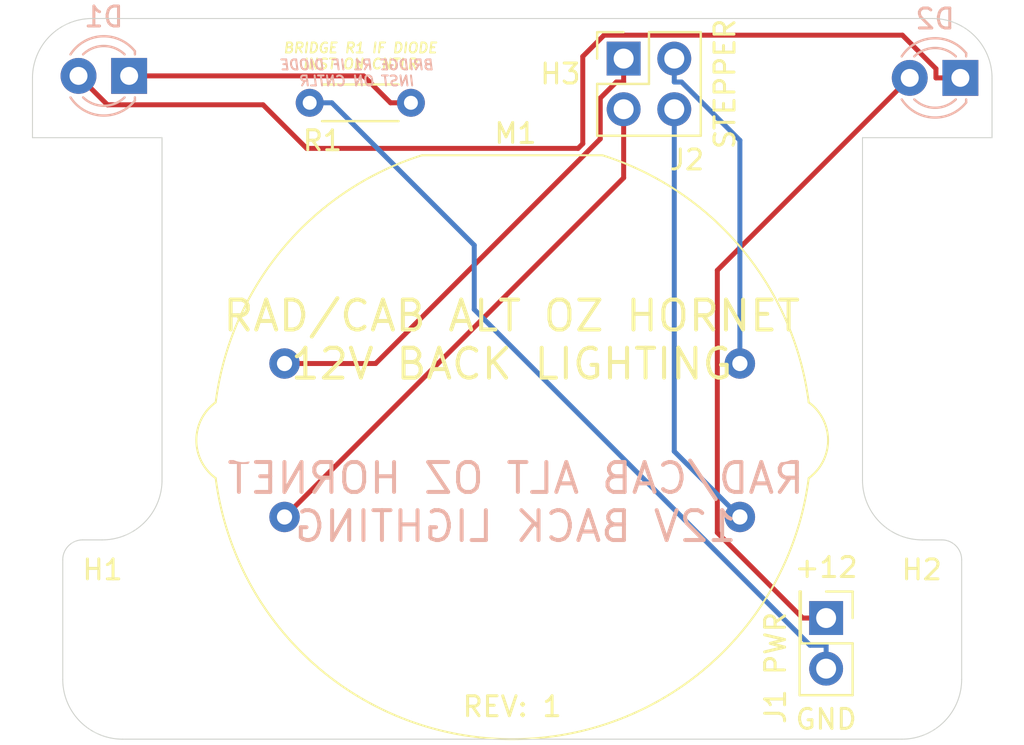
<source format=kicad_pcb>
(kicad_pcb (version 20211014) (generator pcbnew)
  (layers (0 "F.Cu" signal) (31 "B.Cu" signal) (34 "B.Paste" user) (35 "F.Paste" user) (36 "B.SilkS" user "B.Silkscreen") (37 "F.SilkS" user "F.Silkscreen") (38 "B.Mask" user) (39 "F.Mask" user) (44 "Edge.Cuts" user))
  (net 0 "")
  (net 1 "/COIL2")
  (net 2 "/COIL1")
  (net 3 "/COIL4")
  (net 4 "/COIL3")
  (net 5 "Net-(D1-Pad2)")
  (net 6 "/LED+12V")
  (net 7 "/LED-12V")
  (net 8 "Net-(D1-Pad1)")
  (footprint "MountingHole:MountingHole_2.5mm" (layer "F.Cu") (at 179.9378 78.4846)
    (fp_text reference "H3" (at 2.417749 0) (layer "F.SilkS"))
    (fp_text value "MountingHole")
    (pad "" np_thru_hole circle locked (at 0 0) (size 2.5 2.5) (drill 2.5) (layers *.Cu *.Mask))
  )
  (footprint "KiCAD Libraries:VID29-02" (layer "F.Cu") (at 180.1028 96.868)
    (fp_text reference "M1" (at 0 -15.4) (layer "F.SilkS"))
    (fp_text value "VID29-02")
    (fp_line (start -4.693796 -14.3) (end 4.363796 -14.3) (layer "F.SilkS") (width 0.1))
    (fp_arc (start 4.373398 -14.296955) (mid 11.352785 -9.609402) (end 14.713796 -1.903003) (layer "F.SilkS") (width 0.1))
    (fp_arc (start -15.042154 1.904192) (mid -16.015 0.001014) (end -15.043796 -1.903003) (layer "F.SilkS") (width 0.1))
    (fp_arc (start 14.713036 1.908935) (mid -0.16799 14.999999) (end -15.043796 1.903003) (layer "F.SilkS") (width 0.1))
    (fp_arc (start -15.042514 -1.912994) (mid -11.676329 -9.617135) (end -4.693796 -14.299999) (layer "F.SilkS") (width 0.1))
    (fp_arc (start 14.712154 -1.904192) (mid 15.685 -0.001014) (end 14.713796 1.903003) (layer "F.SilkS") (width 0.1))
    (pad "" np_thru_hole circle locked (at -9.165 -9) (size 2.5 2.5) (drill 2.5) (layers *.Cu *.Mask))
    (pad "" np_thru_hole circle locked (at 13.335 0) (size 2.2 2.2) (drill 2.2) (layers *.Cu *.Mask))
    (pad "" np_thru_hole circle locked (at -0.165 10) (size 3.8 3.8) (drill 3.8) (layers *.Cu *.Mask))
    (pad "" np_thru_hole circle locked (at -13.665 0) (size 2.2 2.2) (drill 2.2) (layers *.Cu *.Mask))
    (pad "1" thru_hole circle locked (at -11.59 -3.85) (size 1.524 1.524) (drill 0.762) (layers *.Cu *.Mask) (net 2 "/COIL1"))
    (pad "2" thru_hole circle locked (at -11.59 3.85) (size 1.524 1.524) (drill 0.762) (layers *.Cu *.Mask) (net 1 "/COIL2"))
    (pad "3" thru_hole circle locked (at 11.26 3.85) (size 1.524 1.524) (drill 0.762) (layers *.Cu *.Mask) (net 4 "/COIL3"))
    (pad "4" thru_hole circle locked (at 11.26 -3.85) (size 1.524 1.524) (drill 0.762) (layers *.Cu *.Mask) (net 3 "/COIL4"))
  )
  (footprint "MountingHole:MountingHole_2.5mm" (layer "F.Cu") (at 159.3843 106.868)
    (fp_text reference "H1" (at 0 -3.5) (layer "F.SilkS"))
    (fp_text value "MountingHole")
    (pad "" np_thru_hole circle locked (at 0 0) (size 2.5 2.5) (drill 2.5) (layers *.Cu *.Mask))
  )
  (footprint "MountingHole:MountingHole_2.5mm" (layer "F.Cu") (at 200.4913 106.868)
    (fp_text reference "H2" (at 0 -3.5) (layer "F.SilkS"))
    (fp_text value "MountingHole")
    (pad "" np_thru_hole circle locked (at 0 0) (size 2.5 2.5) (drill 2.5) (layers *.Cu *.Mask))
  )
  (footprint "Connector_PinHeader_2.54mm:PinHeader_2x02_P2.54mm_Vertical" (layer "F.Cu") (at 185.5305 77.7176)
    (fp_text reference "J2" (at 3.175 5.08) (layer "F.SilkS"))
    (fp_text value "STEPPER" (at 5.08 1.27 90) (layer "F.SilkS"))
    (fp_line (start -1.33 1.27) (end -1.33 3.87) (layer "F.SilkS") (width 0.12))
    (fp_line (start -1.33 -1.33) (end 0 -1.33) (layer "F.SilkS") (width 0.12))
    (fp_line (start -1.33 0) (end -1.33 -1.33) (layer "F.SilkS") (width 0.12))
    (fp_line (start 1.27 -1.33) (end 3.87 -1.33) (layer "F.SilkS") (width 0.12))
    (fp_line (start -1.33 1.27) (end 1.27 1.27) (layer "F.SilkS") (width 0.12))
    (fp_line (start -1.33 3.87) (end 3.87 3.87) (layer "F.SilkS") (width 0.12))
    (fp_line (start 1.27 1.27) (end 1.27 -1.33) (layer "F.SilkS") (width 0.12))
    (fp_line (start 3.87 -1.33) (end 3.87 3.87) (layer "F.SilkS") (width 0.12))
    (pad "1" thru_hole rect locked (at 0 0) (size 1.7 1.7) (drill 1) (layers *.Cu *.Mask) (net 2 "/COIL1"))
    (pad "2" thru_hole oval locked (at 2.54 0) (size 1.7 1.7) (drill 1) (layers *.Cu *.Mask) (net 3 "/COIL4"))
    (pad "3" thru_hole oval locked (at 0 2.54) (size 1.7 1.7) (drill 1) (layers *.Cu *.Mask) (net 1 "/COIL2"))
    (pad "4" thru_hole oval locked (at 2.54 2.54) (size 1.7 1.7) (drill 1) (layers *.Cu *.Mask) (net 4 "/COIL3"))
  )
  (footprint "Connector_PinHeader_2.54mm:PinHeader_2x01_P2.54mm_Vertical" (layer "F.Cu") (at 195.6905 105.7896 -90)
    (fp_text reference "J1" (at 4.445 2.54 90) (layer "F.SilkS"))
    (fp_text value "PWR" (at 1.27 2.54 -90) (layer "F.SilkS"))
    (fp_line (start 1.27 -1.33) (end 3.87 -1.33) (layer "F.SilkS") (width 0.12))
    (fp_line (start -1.33 1.33) (end 3.87 1.33) (layer "F.SilkS") (width 0.12))
    (fp_line (start -1.33 1.27) (end -1.33 1.33) (layer "F.SilkS") (width 0.12))
    (fp_line (start -1.33 0) (end -1.33 -1.33) (layer "F.SilkS") (width 0.12))
    (fp_line (start -1.33 1.27) (end 1.27 1.27) (layer "F.SilkS") (width 0.12))
    (fp_line (start 3.87 -1.33) (end 3.87 1.33) (layer "F.SilkS") (width 0.12))
    (fp_line (start -1.33 -1.33) (end 0 -1.33) (layer "F.SilkS") (width 0.12))
    (fp_line (start 1.27 1.27) (end 1.27 -1.33) (layer "F.SilkS") (width 0.12))
    (pad "1" thru_hole rect locked (at 0 0 270) (size 1.7 1.7) (drill 1) (layers *.Cu *.Mask) (net 6 "/LED+12V"))
    (pad "2" thru_hole oval locked (at 2.54 0 270) (size 1.7 1.7) (drill 1) (layers *.Cu *.Mask) (net 7 "/LED-12V"))
  )
  (footprint "Resistor_THT:R_Axial_DIN0204_L3.6mm_D1.6mm_P5.08mm_Horizontal" (layer "F.Cu") (at 169.7755 79.9346)
    (fp_text reference "R1" (at 0.64 1.9) (layer "F.SilkS"))
    (fp_text value "R")
    (fp_line (start 0.62 -0.92) (end 4.46 -0.92) (layer "F.SilkS") (width 0.12))
    (fp_line (start 0.62 0.92) (end 4.46 0.92) (layer "F.SilkS") (width 0.12))
    (pad "1" thru_hole circle (at 0 0) (size 1.4 1.4) (drill 0.7) (layers *.Cu *.Mask) (net 7 "/LED-12V"))
    (pad "2" thru_hole oval (at 5.08 0) (size 1.4 1.4) (drill 0.7) (layers *.Cu *.Mask) (net 8 "Net-(D1-Pad1)"))
  )
  (footprint "LED_THT:LED_D3.0mm" (layer "B.Cu") (at 160.7155 78.5846 180)
    (fp_text reference "D1" (at 1.27 2.96) (layer "B.SilkS") (effects (justify mirror)))
    (fp_text value "LED")
    (fp_line (start -0.29 1.236) (end -0.29 1.08) (layer "B.SilkS") (width 0.12))
    (fp_line (start -0.29 -1.08) (end -0.29 -1.236) (layer "B.SilkS") (width 0.12))
    (fp_arc (start 2.31113 1.079837) (mid 1.270117 1.5) (end 0.229039 1.08) (layer "B.SilkS") (width 0.12))
    (fp_arc (start -0.29 -1.235516) (mid 1.366487 -1.987659) (end 2.942335 -1.078608) (layer "B.SilkS") (width 0.12))
    (fp_arc (start 0.229039 -1.08) (mid 1.270117 -1.5) (end 2.31113 -1.079837) (layer "B.SilkS") (width 0.12))
    (fp_arc (start 2.942335 1.078608) (mid 1.366487 1.987659) (end -0.29 1.235516) (layer "B.SilkS") (width 0.12))
    (pad "1" thru_hole rect (at 0 0 180) (size 1.8 1.8) (drill 0.9) (layers *.Cu *.Mask) (net 8 "Net-(D1-Pad1)"))
    (pad "2" thru_hole circle (at 2.54 0 180) (size 1.8 1.8) (drill 0.9) (layers *.Cu *.Mask) (net 5 "Net-(D1-Pad2)"))
  )
  (footprint "LED_THT:LED_D3.0mm" (layer "B.Cu") (at 202.4265 78.6846 180)
    (fp_text reference "D2" (at 1.27 2.96) (layer "B.SilkS") (effects (justify mirror)))
    (fp_text value "LED")
    (fp_line (start -0.29 1.236) (end -0.29 1.08) (layer "B.SilkS") (width 0.12))
    (fp_line (start -0.29 -1.08) (end -0.29 -1.236) (layer "B.SilkS") (width 0.12))
    (fp_arc (start 2.31113 1.079837) (mid 1.270117 1.5) (end 0.229039 1.08) (layer "B.SilkS") (width 0.12))
    (fp_arc (start 2.942335 1.078608) (mid 1.366487 1.987659) (end -0.29 1.235516) (layer "B.SilkS") (width 0.12))
    (fp_arc (start 0.229039 -1.08) (mid 1.270117 -1.5) (end 2.31113 -1.079837) (layer "B.SilkS") (width 0.12))
    (fp_arc (start -0.29 -1.235516) (mid 1.366487 -1.987659) (end 2.942335 -1.078608) (layer "B.SilkS") (width 0.12))
    (pad "1" thru_hole rect (at 0 0 180) (size 1.8 1.8) (drill 0.9) (layers *.Cu *.Mask) (net 5 "Net-(D1-Pad2)"))
    (pad "2" thru_hole circle (at 2.54 0 180) (size 1.8 1.8) (drill 0.9) (layers *.Cu *.Mask) (net 6 "/LED+12V"))
  )
  (gr_line (start 160.384281 111.867951) (end 199.49125 111.867951) (layer "Edge.Cuts") (width 0.05))
  (gr_line (start 197.515515 81.684574) (end 197.515515 98.867952) (layer "Edge.Cuts") (width 0.05))
  (gr_line (start 201.004458 75.705452) (end 158.854764 75.705452) (layer "Edge.Cuts") (width 0.05))
  (gr_arc (start 201.004458 75.705452) (mid 203.137237 76.576331) (end 204.015515 78.706075) (layer "Edge.Cuts") (width 0.05))
  (gr_line (start 204.015515 81.684574) (end 204.015515 78.706075) (layer "Edge.Cuts") (width 0.05))
  (gr_arc (start 160.384281 111.867951) (mid 158.262961 110.989271) (end 157.384281 108.867951) (layer "Edge.Cuts") (width 0.05))
  (gr_line (start 159.360016 101.867951) (end 158.384281 101.867951) (layer "Edge.Cuts") (width 0.05))
  (gr_line (start 197.515515 81.684574) (end 204.015515 81.684574) (layer "Edge.Cuts") (width 0.05))
  (gr_arc (start 200.515515 101.867952) (mid 198.394195 100.989272) (end 197.515515 98.867952) (layer "Edge.Cuts") (width 0.05))
  (gr_arc (start 155.865515 78.705452) (mid 156.73723 76.584781) (end 158.854764 75.705452) (layer "Edge.Cuts") (width 0.05))
  (gr_line (start 157.384281 108.867951) (end 157.384281 102.867328) (layer "Edge.Cuts") (width 0.05))
  (gr_line (start 155.865515 81.684574) (end 155.865515 78.705452) (layer "Edge.Cuts") (width 0.05))
  (gr_line (start 162.365515 81.684574) (end 162.365515 98.867952) (layer "Edge.Cuts") (width 0.05))
  (gr_arc (start 157.384281 102.867328) (mid 157.677399 102.160628) (end 158.384281 101.867951) (layer "Edge.Cuts") (width 0.05))
  (gr_arc (start 202.49125 108.867951) (mid 201.61257 110.989271) (end 199.49125 111.867951) (layer "Edge.Cuts") (width 0.05))
  (gr_line (start 200.515515 101.867951) (end 201.49125 101.867951) (layer "Edge.Cuts") (width 0.05))
  (gr_line (start 162.365515 81.684574) (end 155.865515 81.684574) (layer "Edge.Cuts") (width 0.05))
  (gr_arc (start 162.365515 98.867952) (mid 161.484904 100.991231) (end 159.360016 101.867951) (layer "Edge.Cuts") (width 0.05))
  (gr_arc (start 201.49125 101.867951) (mid 202.198357 102.160844) (end 202.49125 102.867951) (layer "Edge.Cuts") (width 0.05))
  (gr_line (start 202.49125 108.867951) (end 202.49125 102.867951) (layer "Edge.Cuts") (width 0.05))
  (gr_text "RAD/CAB ALT OZ HORNET\n12V BACK LIGHTING" (at 180.115515 99.984574) (layer "B.SilkS") (effects (font (size 1.5 1.5) (thickness 0.2)) (justify mirror)))
  (gr_text "BRIDGE R1 IF DIODE\nINST ON CNTLR\n" (at 172.165515 78.434574) (layer "B.SilkS") (effects (font (size 0.5 0.5) (thickness 0.1) italic) (justify mirror)))
  (gr_text "REV: 1" (at 179.937766 110.234574) (layer "F.SilkS") (effects (font (size 1 1))))
  (gr_text "GND" (at 195.690515 110.869574) (layer "F.SilkS") (effects (font (size 1 1))))
  (gr_text "RAD/CAB ALT OZ HORNET\n12V BACK LIGHTING" (at 179.915515 91.834574) (layer "F.SilkS") (effects (font (size 1.5 1.5) (thickness 0.2))))
  (gr_text "+12" (at 195.690515 103.249574) (layer "F.SilkS") (effects (font (size 1 1))))
  (gr_text "BRIDGE R1 IF DIODE\nINST ON CNTLR\n" (at 172.315515 77.584574) (layer "F.SilkS") (effects (font (size 0.5 0.5) (thickness 0.1) italic)))
  (segment (start 185.5305 83.7003) (end 168.5128 100.718) (width 0.25) (layer "F.Cu") (net 1))
  (segment (start 185.5305 80.2576) (end 185.5305 83.7003) (width 0.25) (layer "F.Cu") (net 1))
  (segment (start 185.1631 78.8929) (end 185.5305 78.8929) (width 0.25) (layer "F.Cu") (net 2))
  (segment (start 184.3552 79.7008) (end 185.1631 78.8929) (width 0.25) (layer "F.Cu") (net 2))
  (segment (start 185.5305 77.7176) (end 185.5305 78.8929) (width 0.25) (layer "F.Cu") (net 2))
  (segment (start 168.5128 93.018) (end 173.0852 93.018) (width 0.25) (layer "F.Cu") (net 2))
  (segment (start 184.3552 81.748) (end 184.3552 79.7008) (width 0.25) (layer "F.Cu") (net 2))
  (segment (start 173.0852 93.018) (end 184.3552 81.748) (width 0.25) (layer "F.Cu") (net 2))
  (segment (start 188.0705 78.8929) (end 188.4378 78.8929) (width 0.25) (layer "B.Cu") (net 3))
  (segment (start 188.0705 77.7176) (end 188.0705 78.8929) (width 0.25) (layer "B.Cu") (net 3))
  (segment (start 191.3628 81.8179) (end 191.3628 93.018) (width 0.25) (layer "B.Cu") (net 3))
  (segment (start 188.4378 78.8929) (end 191.3628 81.8179) (width 0.25) (layer "B.Cu") (net 3))
  (segment (start 188.0705 97.4257) (end 191.3628 100.718) (width 0.25) (layer "B.Cu") (net 4))
  (segment (start 188.0705 80.2576) (end 188.0705 97.4257) (width 0.25) (layer "B.Cu") (net 4))
  (segment (start 183.4789 77.609) (end 183.4789 81.9874) (width 0.25) (layer "F.Cu") (net 5))
  (segment (start 184.5457 76.5422) (end 183.4789 77.609) (width 0.25) (layer "F.Cu") (net 5))
  (segment (start 201.2012 78.6846) (end 201.2012 78.2251) (width 0.25) (layer "F.Cu") (net 5))
  (segment (start 202.4265 78.6846) (end 201.2012 78.6846) (width 0.25) (layer "F.Cu") (net 5))
  (segment (start 167.4355 80.0346) (end 159.6255 80.0346) (width 0.25) (layer "F.Cu") (net 5))
  (segment (start 159.6255 80.0346) (end 158.1755 78.5846) (width 0.25) (layer "F.Cu") (net 5))
  (segment (start 201.2012 78.2251) (end 199.5183 76.5422) (width 0.25) (layer "F.Cu") (net 5))
  (segment (start 199.5183 76.5422) (end 184.5457 76.5422) (width 0.25) (layer "F.Cu") (net 5))
  (segment (start 183.2442 82.2221) (end 169.623 82.2221) (width 0.25) (layer "F.Cu") (net 5))
  (segment (start 169.623 82.2221) (end 167.4355 80.0346) (width 0.25) (layer "F.Cu") (net 5))
  (segment (start 183.4789 81.9874) (end 183.2442 82.2221) (width 0.25) (layer "F.Cu") (net 5))
  (segment (start 199.8865 78.6846) (end 190.2309 88.3402) (width 0.25) (layer "F.Cu") (net 6))
  (segment (start 195.6905 105.7896) (end 194.5152 105.7896) (width 0.25) (layer "F.Cu") (net 6))
  (segment (start 190.2309 101.5053) (end 194.5152 105.7896) (width 0.25) (layer "F.Cu") (net 6))
  (segment (start 190.2309 88.3402) (end 190.2309 101.5053) (width 0.25) (layer "F.Cu") (net 6))
  (segment (start 170.8859 79.9346) (end 178.0334 87.0821) (width 0.25) (layer "B.Cu") (net 7))
  (segment (start 194.8825 107.1543) (end 195.6905 107.1543) (width 0.25) (layer "B.Cu") (net 7))
  (segment (start 195.6905 108.3296) (end 195.6905 107.1543) (width 0.25) (layer "B.Cu") (net 7))
  (segment (start 178.0334 90.3052) (end 194.8825 107.1543) (width 0.25) (layer "B.Cu") (net 7))
  (segment (start 169.7755 79.9346) (end 170.8859 79.9346) (width 0.25) (layer "B.Cu") (net 7))
  (segment (start 178.0334 87.0821) (end 178.0334 90.3052) (width 0.25) (layer "B.Cu") (net 7))
  (segment (start 174.8555 79.9346) (end 173.8302 79.9346) (width 0.25) (layer "F.Cu") (net 8))
  (segment (start 172.4802 78.5846) (end 173.8302 79.9346) (width 0.25) (layer "F.Cu") (net 8))
  (segment (start 160.7155 78.5846) (end 172.4802 78.5846) (width 0.25) (layer "F.Cu") (net 8))
)
</source>
